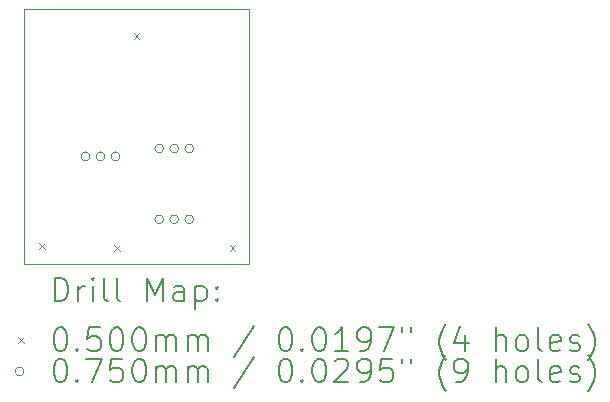
<source format=gbr>
%TF.GenerationSoftware,KiCad,Pcbnew,8.0.5*%
%TF.CreationDate,2025-01-09T17:25:31-08:00*%
%TF.ProjectId,hyperion,68797065-7269-46f6-9e2e-6b696361645f,rev?*%
%TF.SameCoordinates,Original*%
%TF.FileFunction,Drillmap*%
%TF.FilePolarity,Positive*%
%FSLAX45Y45*%
G04 Gerber Fmt 4.5, Leading zero omitted, Abs format (unit mm)*
G04 Created by KiCad (PCBNEW 8.0.5) date 2025-01-09 17:25:31*
%MOMM*%
%LPD*%
G01*
G04 APERTURE LIST*
%ADD10C,0.050000*%
%ADD11C,0.200000*%
%ADD12C,0.100000*%
G04 APERTURE END LIST*
D10*
X12700000Y-12700000D02*
X14605000Y-12700000D01*
X14605000Y-12700000D02*
X14605000Y-10541000D01*
X12700000Y-10541000D02*
X12700000Y-12700000D01*
X14605000Y-10541000D02*
X12700000Y-10541000D01*
D11*
D12*
X12827400Y-12522600D02*
X12877400Y-12572600D01*
X12877400Y-12522600D02*
X12827400Y-12572600D01*
X13457520Y-12535320D02*
X13507520Y-12585320D01*
X13507520Y-12535320D02*
X13457520Y-12585320D01*
X13624960Y-10739520D02*
X13674960Y-10789520D01*
X13674960Y-10739520D02*
X13624960Y-10789520D01*
X14437760Y-12535320D02*
X14487760Y-12585320D01*
X14487760Y-12535320D02*
X14437760Y-12585320D01*
X13255660Y-11785600D02*
G75*
G02*
X13180660Y-11785600I-37500J0D01*
G01*
X13180660Y-11785600D02*
G75*
G02*
X13255660Y-11785600I37500J0D01*
G01*
X13382660Y-11785600D02*
G75*
G02*
X13307660Y-11785600I-37500J0D01*
G01*
X13307660Y-11785600D02*
G75*
G02*
X13382660Y-11785600I37500J0D01*
G01*
X13509660Y-11785600D02*
G75*
G02*
X13434660Y-11785600I-37500J0D01*
G01*
X13434660Y-11785600D02*
G75*
G02*
X13509660Y-11785600I37500J0D01*
G01*
X13880500Y-11719560D02*
G75*
G02*
X13805500Y-11719560I-37500J0D01*
G01*
X13805500Y-11719560D02*
G75*
G02*
X13880500Y-11719560I37500J0D01*
G01*
X13880500Y-12319000D02*
G75*
G02*
X13805500Y-12319000I-37500J0D01*
G01*
X13805500Y-12319000D02*
G75*
G02*
X13880500Y-12319000I37500J0D01*
G01*
X14007500Y-11719560D02*
G75*
G02*
X13932500Y-11719560I-37500J0D01*
G01*
X13932500Y-11719560D02*
G75*
G02*
X14007500Y-11719560I37500J0D01*
G01*
X14007500Y-12319000D02*
G75*
G02*
X13932500Y-12319000I-37500J0D01*
G01*
X13932500Y-12319000D02*
G75*
G02*
X14007500Y-12319000I37500J0D01*
G01*
X14134500Y-11719560D02*
G75*
G02*
X14059500Y-11719560I-37500J0D01*
G01*
X14059500Y-11719560D02*
G75*
G02*
X14134500Y-11719560I37500J0D01*
G01*
X14134500Y-12319000D02*
G75*
G02*
X14059500Y-12319000I-37500J0D01*
G01*
X14059500Y-12319000D02*
G75*
G02*
X14134500Y-12319000I37500J0D01*
G01*
D11*
X12958277Y-13013984D02*
X12958277Y-12813984D01*
X12958277Y-12813984D02*
X13005896Y-12813984D01*
X13005896Y-12813984D02*
X13034467Y-12823508D01*
X13034467Y-12823508D02*
X13053515Y-12842555D01*
X13053515Y-12842555D02*
X13063039Y-12861603D01*
X13063039Y-12861603D02*
X13072562Y-12899698D01*
X13072562Y-12899698D02*
X13072562Y-12928269D01*
X13072562Y-12928269D02*
X13063039Y-12966365D01*
X13063039Y-12966365D02*
X13053515Y-12985412D01*
X13053515Y-12985412D02*
X13034467Y-13004460D01*
X13034467Y-13004460D02*
X13005896Y-13013984D01*
X13005896Y-13013984D02*
X12958277Y-13013984D01*
X13158277Y-13013984D02*
X13158277Y-12880650D01*
X13158277Y-12918746D02*
X13167801Y-12899698D01*
X13167801Y-12899698D02*
X13177324Y-12890174D01*
X13177324Y-12890174D02*
X13196372Y-12880650D01*
X13196372Y-12880650D02*
X13215420Y-12880650D01*
X13282086Y-13013984D02*
X13282086Y-12880650D01*
X13282086Y-12813984D02*
X13272562Y-12823508D01*
X13272562Y-12823508D02*
X13282086Y-12833031D01*
X13282086Y-12833031D02*
X13291610Y-12823508D01*
X13291610Y-12823508D02*
X13282086Y-12813984D01*
X13282086Y-12813984D02*
X13282086Y-12833031D01*
X13405896Y-13013984D02*
X13386848Y-13004460D01*
X13386848Y-13004460D02*
X13377324Y-12985412D01*
X13377324Y-12985412D02*
X13377324Y-12813984D01*
X13510658Y-13013984D02*
X13491610Y-13004460D01*
X13491610Y-13004460D02*
X13482086Y-12985412D01*
X13482086Y-12985412D02*
X13482086Y-12813984D01*
X13739229Y-13013984D02*
X13739229Y-12813984D01*
X13739229Y-12813984D02*
X13805896Y-12956841D01*
X13805896Y-12956841D02*
X13872562Y-12813984D01*
X13872562Y-12813984D02*
X13872562Y-13013984D01*
X14053515Y-13013984D02*
X14053515Y-12909222D01*
X14053515Y-12909222D02*
X14043991Y-12890174D01*
X14043991Y-12890174D02*
X14024943Y-12880650D01*
X14024943Y-12880650D02*
X13986848Y-12880650D01*
X13986848Y-12880650D02*
X13967801Y-12890174D01*
X14053515Y-13004460D02*
X14034467Y-13013984D01*
X14034467Y-13013984D02*
X13986848Y-13013984D01*
X13986848Y-13013984D02*
X13967801Y-13004460D01*
X13967801Y-13004460D02*
X13958277Y-12985412D01*
X13958277Y-12985412D02*
X13958277Y-12966365D01*
X13958277Y-12966365D02*
X13967801Y-12947317D01*
X13967801Y-12947317D02*
X13986848Y-12937793D01*
X13986848Y-12937793D02*
X14034467Y-12937793D01*
X14034467Y-12937793D02*
X14053515Y-12928269D01*
X14148753Y-12880650D02*
X14148753Y-13080650D01*
X14148753Y-12890174D02*
X14167801Y-12880650D01*
X14167801Y-12880650D02*
X14205896Y-12880650D01*
X14205896Y-12880650D02*
X14224943Y-12890174D01*
X14224943Y-12890174D02*
X14234467Y-12899698D01*
X14234467Y-12899698D02*
X14243991Y-12918746D01*
X14243991Y-12918746D02*
X14243991Y-12975888D01*
X14243991Y-12975888D02*
X14234467Y-12994936D01*
X14234467Y-12994936D02*
X14224943Y-13004460D01*
X14224943Y-13004460D02*
X14205896Y-13013984D01*
X14205896Y-13013984D02*
X14167801Y-13013984D01*
X14167801Y-13013984D02*
X14148753Y-13004460D01*
X14329705Y-12994936D02*
X14339229Y-13004460D01*
X14339229Y-13004460D02*
X14329705Y-13013984D01*
X14329705Y-13013984D02*
X14320182Y-13004460D01*
X14320182Y-13004460D02*
X14329705Y-12994936D01*
X14329705Y-12994936D02*
X14329705Y-13013984D01*
X14329705Y-12890174D02*
X14339229Y-12899698D01*
X14339229Y-12899698D02*
X14329705Y-12909222D01*
X14329705Y-12909222D02*
X14320182Y-12899698D01*
X14320182Y-12899698D02*
X14329705Y-12890174D01*
X14329705Y-12890174D02*
X14329705Y-12909222D01*
D12*
X12647500Y-13317500D02*
X12697500Y-13367500D01*
X12697500Y-13317500D02*
X12647500Y-13367500D01*
D11*
X12996372Y-13233984D02*
X13015420Y-13233984D01*
X13015420Y-13233984D02*
X13034467Y-13243508D01*
X13034467Y-13243508D02*
X13043991Y-13253031D01*
X13043991Y-13253031D02*
X13053515Y-13272079D01*
X13053515Y-13272079D02*
X13063039Y-13310174D01*
X13063039Y-13310174D02*
X13063039Y-13357793D01*
X13063039Y-13357793D02*
X13053515Y-13395888D01*
X13053515Y-13395888D02*
X13043991Y-13414936D01*
X13043991Y-13414936D02*
X13034467Y-13424460D01*
X13034467Y-13424460D02*
X13015420Y-13433984D01*
X13015420Y-13433984D02*
X12996372Y-13433984D01*
X12996372Y-13433984D02*
X12977324Y-13424460D01*
X12977324Y-13424460D02*
X12967801Y-13414936D01*
X12967801Y-13414936D02*
X12958277Y-13395888D01*
X12958277Y-13395888D02*
X12948753Y-13357793D01*
X12948753Y-13357793D02*
X12948753Y-13310174D01*
X12948753Y-13310174D02*
X12958277Y-13272079D01*
X12958277Y-13272079D02*
X12967801Y-13253031D01*
X12967801Y-13253031D02*
X12977324Y-13243508D01*
X12977324Y-13243508D02*
X12996372Y-13233984D01*
X13148753Y-13414936D02*
X13158277Y-13424460D01*
X13158277Y-13424460D02*
X13148753Y-13433984D01*
X13148753Y-13433984D02*
X13139229Y-13424460D01*
X13139229Y-13424460D02*
X13148753Y-13414936D01*
X13148753Y-13414936D02*
X13148753Y-13433984D01*
X13339229Y-13233984D02*
X13243991Y-13233984D01*
X13243991Y-13233984D02*
X13234467Y-13329222D01*
X13234467Y-13329222D02*
X13243991Y-13319698D01*
X13243991Y-13319698D02*
X13263039Y-13310174D01*
X13263039Y-13310174D02*
X13310658Y-13310174D01*
X13310658Y-13310174D02*
X13329705Y-13319698D01*
X13329705Y-13319698D02*
X13339229Y-13329222D01*
X13339229Y-13329222D02*
X13348753Y-13348269D01*
X13348753Y-13348269D02*
X13348753Y-13395888D01*
X13348753Y-13395888D02*
X13339229Y-13414936D01*
X13339229Y-13414936D02*
X13329705Y-13424460D01*
X13329705Y-13424460D02*
X13310658Y-13433984D01*
X13310658Y-13433984D02*
X13263039Y-13433984D01*
X13263039Y-13433984D02*
X13243991Y-13424460D01*
X13243991Y-13424460D02*
X13234467Y-13414936D01*
X13472562Y-13233984D02*
X13491610Y-13233984D01*
X13491610Y-13233984D02*
X13510658Y-13243508D01*
X13510658Y-13243508D02*
X13520182Y-13253031D01*
X13520182Y-13253031D02*
X13529705Y-13272079D01*
X13529705Y-13272079D02*
X13539229Y-13310174D01*
X13539229Y-13310174D02*
X13539229Y-13357793D01*
X13539229Y-13357793D02*
X13529705Y-13395888D01*
X13529705Y-13395888D02*
X13520182Y-13414936D01*
X13520182Y-13414936D02*
X13510658Y-13424460D01*
X13510658Y-13424460D02*
X13491610Y-13433984D01*
X13491610Y-13433984D02*
X13472562Y-13433984D01*
X13472562Y-13433984D02*
X13453515Y-13424460D01*
X13453515Y-13424460D02*
X13443991Y-13414936D01*
X13443991Y-13414936D02*
X13434467Y-13395888D01*
X13434467Y-13395888D02*
X13424943Y-13357793D01*
X13424943Y-13357793D02*
X13424943Y-13310174D01*
X13424943Y-13310174D02*
X13434467Y-13272079D01*
X13434467Y-13272079D02*
X13443991Y-13253031D01*
X13443991Y-13253031D02*
X13453515Y-13243508D01*
X13453515Y-13243508D02*
X13472562Y-13233984D01*
X13663039Y-13233984D02*
X13682086Y-13233984D01*
X13682086Y-13233984D02*
X13701134Y-13243508D01*
X13701134Y-13243508D02*
X13710658Y-13253031D01*
X13710658Y-13253031D02*
X13720182Y-13272079D01*
X13720182Y-13272079D02*
X13729705Y-13310174D01*
X13729705Y-13310174D02*
X13729705Y-13357793D01*
X13729705Y-13357793D02*
X13720182Y-13395888D01*
X13720182Y-13395888D02*
X13710658Y-13414936D01*
X13710658Y-13414936D02*
X13701134Y-13424460D01*
X13701134Y-13424460D02*
X13682086Y-13433984D01*
X13682086Y-13433984D02*
X13663039Y-13433984D01*
X13663039Y-13433984D02*
X13643991Y-13424460D01*
X13643991Y-13424460D02*
X13634467Y-13414936D01*
X13634467Y-13414936D02*
X13624943Y-13395888D01*
X13624943Y-13395888D02*
X13615420Y-13357793D01*
X13615420Y-13357793D02*
X13615420Y-13310174D01*
X13615420Y-13310174D02*
X13624943Y-13272079D01*
X13624943Y-13272079D02*
X13634467Y-13253031D01*
X13634467Y-13253031D02*
X13643991Y-13243508D01*
X13643991Y-13243508D02*
X13663039Y-13233984D01*
X13815420Y-13433984D02*
X13815420Y-13300650D01*
X13815420Y-13319698D02*
X13824943Y-13310174D01*
X13824943Y-13310174D02*
X13843991Y-13300650D01*
X13843991Y-13300650D02*
X13872563Y-13300650D01*
X13872563Y-13300650D02*
X13891610Y-13310174D01*
X13891610Y-13310174D02*
X13901134Y-13329222D01*
X13901134Y-13329222D02*
X13901134Y-13433984D01*
X13901134Y-13329222D02*
X13910658Y-13310174D01*
X13910658Y-13310174D02*
X13929705Y-13300650D01*
X13929705Y-13300650D02*
X13958277Y-13300650D01*
X13958277Y-13300650D02*
X13977324Y-13310174D01*
X13977324Y-13310174D02*
X13986848Y-13329222D01*
X13986848Y-13329222D02*
X13986848Y-13433984D01*
X14082086Y-13433984D02*
X14082086Y-13300650D01*
X14082086Y-13319698D02*
X14091610Y-13310174D01*
X14091610Y-13310174D02*
X14110658Y-13300650D01*
X14110658Y-13300650D02*
X14139229Y-13300650D01*
X14139229Y-13300650D02*
X14158277Y-13310174D01*
X14158277Y-13310174D02*
X14167801Y-13329222D01*
X14167801Y-13329222D02*
X14167801Y-13433984D01*
X14167801Y-13329222D02*
X14177324Y-13310174D01*
X14177324Y-13310174D02*
X14196372Y-13300650D01*
X14196372Y-13300650D02*
X14224943Y-13300650D01*
X14224943Y-13300650D02*
X14243991Y-13310174D01*
X14243991Y-13310174D02*
X14253515Y-13329222D01*
X14253515Y-13329222D02*
X14253515Y-13433984D01*
X14643991Y-13224460D02*
X14472563Y-13481603D01*
X14901134Y-13233984D02*
X14920182Y-13233984D01*
X14920182Y-13233984D02*
X14939229Y-13243508D01*
X14939229Y-13243508D02*
X14948753Y-13253031D01*
X14948753Y-13253031D02*
X14958277Y-13272079D01*
X14958277Y-13272079D02*
X14967801Y-13310174D01*
X14967801Y-13310174D02*
X14967801Y-13357793D01*
X14967801Y-13357793D02*
X14958277Y-13395888D01*
X14958277Y-13395888D02*
X14948753Y-13414936D01*
X14948753Y-13414936D02*
X14939229Y-13424460D01*
X14939229Y-13424460D02*
X14920182Y-13433984D01*
X14920182Y-13433984D02*
X14901134Y-13433984D01*
X14901134Y-13433984D02*
X14882086Y-13424460D01*
X14882086Y-13424460D02*
X14872563Y-13414936D01*
X14872563Y-13414936D02*
X14863039Y-13395888D01*
X14863039Y-13395888D02*
X14853515Y-13357793D01*
X14853515Y-13357793D02*
X14853515Y-13310174D01*
X14853515Y-13310174D02*
X14863039Y-13272079D01*
X14863039Y-13272079D02*
X14872563Y-13253031D01*
X14872563Y-13253031D02*
X14882086Y-13243508D01*
X14882086Y-13243508D02*
X14901134Y-13233984D01*
X15053515Y-13414936D02*
X15063039Y-13424460D01*
X15063039Y-13424460D02*
X15053515Y-13433984D01*
X15053515Y-13433984D02*
X15043991Y-13424460D01*
X15043991Y-13424460D02*
X15053515Y-13414936D01*
X15053515Y-13414936D02*
X15053515Y-13433984D01*
X15186848Y-13233984D02*
X15205896Y-13233984D01*
X15205896Y-13233984D02*
X15224944Y-13243508D01*
X15224944Y-13243508D02*
X15234467Y-13253031D01*
X15234467Y-13253031D02*
X15243991Y-13272079D01*
X15243991Y-13272079D02*
X15253515Y-13310174D01*
X15253515Y-13310174D02*
X15253515Y-13357793D01*
X15253515Y-13357793D02*
X15243991Y-13395888D01*
X15243991Y-13395888D02*
X15234467Y-13414936D01*
X15234467Y-13414936D02*
X15224944Y-13424460D01*
X15224944Y-13424460D02*
X15205896Y-13433984D01*
X15205896Y-13433984D02*
X15186848Y-13433984D01*
X15186848Y-13433984D02*
X15167801Y-13424460D01*
X15167801Y-13424460D02*
X15158277Y-13414936D01*
X15158277Y-13414936D02*
X15148753Y-13395888D01*
X15148753Y-13395888D02*
X15139229Y-13357793D01*
X15139229Y-13357793D02*
X15139229Y-13310174D01*
X15139229Y-13310174D02*
X15148753Y-13272079D01*
X15148753Y-13272079D02*
X15158277Y-13253031D01*
X15158277Y-13253031D02*
X15167801Y-13243508D01*
X15167801Y-13243508D02*
X15186848Y-13233984D01*
X15443991Y-13433984D02*
X15329706Y-13433984D01*
X15386848Y-13433984D02*
X15386848Y-13233984D01*
X15386848Y-13233984D02*
X15367801Y-13262555D01*
X15367801Y-13262555D02*
X15348753Y-13281603D01*
X15348753Y-13281603D02*
X15329706Y-13291127D01*
X15539229Y-13433984D02*
X15577325Y-13433984D01*
X15577325Y-13433984D02*
X15596372Y-13424460D01*
X15596372Y-13424460D02*
X15605896Y-13414936D01*
X15605896Y-13414936D02*
X15624944Y-13386365D01*
X15624944Y-13386365D02*
X15634467Y-13348269D01*
X15634467Y-13348269D02*
X15634467Y-13272079D01*
X15634467Y-13272079D02*
X15624944Y-13253031D01*
X15624944Y-13253031D02*
X15615420Y-13243508D01*
X15615420Y-13243508D02*
X15596372Y-13233984D01*
X15596372Y-13233984D02*
X15558277Y-13233984D01*
X15558277Y-13233984D02*
X15539229Y-13243508D01*
X15539229Y-13243508D02*
X15529706Y-13253031D01*
X15529706Y-13253031D02*
X15520182Y-13272079D01*
X15520182Y-13272079D02*
X15520182Y-13319698D01*
X15520182Y-13319698D02*
X15529706Y-13338746D01*
X15529706Y-13338746D02*
X15539229Y-13348269D01*
X15539229Y-13348269D02*
X15558277Y-13357793D01*
X15558277Y-13357793D02*
X15596372Y-13357793D01*
X15596372Y-13357793D02*
X15615420Y-13348269D01*
X15615420Y-13348269D02*
X15624944Y-13338746D01*
X15624944Y-13338746D02*
X15634467Y-13319698D01*
X15701134Y-13233984D02*
X15834467Y-13233984D01*
X15834467Y-13233984D02*
X15748753Y-13433984D01*
X15901134Y-13233984D02*
X15901134Y-13272079D01*
X15977325Y-13233984D02*
X15977325Y-13272079D01*
X16272563Y-13510174D02*
X16263039Y-13500650D01*
X16263039Y-13500650D02*
X16243991Y-13472079D01*
X16243991Y-13472079D02*
X16234468Y-13453031D01*
X16234468Y-13453031D02*
X16224944Y-13424460D01*
X16224944Y-13424460D02*
X16215420Y-13376841D01*
X16215420Y-13376841D02*
X16215420Y-13338746D01*
X16215420Y-13338746D02*
X16224944Y-13291127D01*
X16224944Y-13291127D02*
X16234468Y-13262555D01*
X16234468Y-13262555D02*
X16243991Y-13243508D01*
X16243991Y-13243508D02*
X16263039Y-13214936D01*
X16263039Y-13214936D02*
X16272563Y-13205412D01*
X16434468Y-13300650D02*
X16434468Y-13433984D01*
X16386848Y-13224460D02*
X16339229Y-13367317D01*
X16339229Y-13367317D02*
X16463039Y-13367317D01*
X16691610Y-13433984D02*
X16691610Y-13233984D01*
X16777325Y-13433984D02*
X16777325Y-13329222D01*
X16777325Y-13329222D02*
X16767801Y-13310174D01*
X16767801Y-13310174D02*
X16748753Y-13300650D01*
X16748753Y-13300650D02*
X16720182Y-13300650D01*
X16720182Y-13300650D02*
X16701134Y-13310174D01*
X16701134Y-13310174D02*
X16691610Y-13319698D01*
X16901134Y-13433984D02*
X16882087Y-13424460D01*
X16882087Y-13424460D02*
X16872563Y-13414936D01*
X16872563Y-13414936D02*
X16863039Y-13395888D01*
X16863039Y-13395888D02*
X16863039Y-13338746D01*
X16863039Y-13338746D02*
X16872563Y-13319698D01*
X16872563Y-13319698D02*
X16882087Y-13310174D01*
X16882087Y-13310174D02*
X16901134Y-13300650D01*
X16901134Y-13300650D02*
X16929706Y-13300650D01*
X16929706Y-13300650D02*
X16948753Y-13310174D01*
X16948753Y-13310174D02*
X16958277Y-13319698D01*
X16958277Y-13319698D02*
X16967801Y-13338746D01*
X16967801Y-13338746D02*
X16967801Y-13395888D01*
X16967801Y-13395888D02*
X16958277Y-13414936D01*
X16958277Y-13414936D02*
X16948753Y-13424460D01*
X16948753Y-13424460D02*
X16929706Y-13433984D01*
X16929706Y-13433984D02*
X16901134Y-13433984D01*
X17082087Y-13433984D02*
X17063039Y-13424460D01*
X17063039Y-13424460D02*
X17053515Y-13405412D01*
X17053515Y-13405412D02*
X17053515Y-13233984D01*
X17234468Y-13424460D02*
X17215420Y-13433984D01*
X17215420Y-13433984D02*
X17177325Y-13433984D01*
X17177325Y-13433984D02*
X17158277Y-13424460D01*
X17158277Y-13424460D02*
X17148753Y-13405412D01*
X17148753Y-13405412D02*
X17148753Y-13329222D01*
X17148753Y-13329222D02*
X17158277Y-13310174D01*
X17158277Y-13310174D02*
X17177325Y-13300650D01*
X17177325Y-13300650D02*
X17215420Y-13300650D01*
X17215420Y-13300650D02*
X17234468Y-13310174D01*
X17234468Y-13310174D02*
X17243992Y-13329222D01*
X17243992Y-13329222D02*
X17243992Y-13348269D01*
X17243992Y-13348269D02*
X17148753Y-13367317D01*
X17320182Y-13424460D02*
X17339230Y-13433984D01*
X17339230Y-13433984D02*
X17377325Y-13433984D01*
X17377325Y-13433984D02*
X17396373Y-13424460D01*
X17396373Y-13424460D02*
X17405896Y-13405412D01*
X17405896Y-13405412D02*
X17405896Y-13395888D01*
X17405896Y-13395888D02*
X17396373Y-13376841D01*
X17396373Y-13376841D02*
X17377325Y-13367317D01*
X17377325Y-13367317D02*
X17348753Y-13367317D01*
X17348753Y-13367317D02*
X17329706Y-13357793D01*
X17329706Y-13357793D02*
X17320182Y-13338746D01*
X17320182Y-13338746D02*
X17320182Y-13329222D01*
X17320182Y-13329222D02*
X17329706Y-13310174D01*
X17329706Y-13310174D02*
X17348753Y-13300650D01*
X17348753Y-13300650D02*
X17377325Y-13300650D01*
X17377325Y-13300650D02*
X17396373Y-13310174D01*
X17472563Y-13510174D02*
X17482087Y-13500650D01*
X17482087Y-13500650D02*
X17501134Y-13472079D01*
X17501134Y-13472079D02*
X17510658Y-13453031D01*
X17510658Y-13453031D02*
X17520182Y-13424460D01*
X17520182Y-13424460D02*
X17529706Y-13376841D01*
X17529706Y-13376841D02*
X17529706Y-13338746D01*
X17529706Y-13338746D02*
X17520182Y-13291127D01*
X17520182Y-13291127D02*
X17510658Y-13262555D01*
X17510658Y-13262555D02*
X17501134Y-13243508D01*
X17501134Y-13243508D02*
X17482087Y-13214936D01*
X17482087Y-13214936D02*
X17472563Y-13205412D01*
D12*
X12697500Y-13606500D02*
G75*
G02*
X12622500Y-13606500I-37500J0D01*
G01*
X12622500Y-13606500D02*
G75*
G02*
X12697500Y-13606500I37500J0D01*
G01*
D11*
X12996372Y-13497984D02*
X13015420Y-13497984D01*
X13015420Y-13497984D02*
X13034467Y-13507508D01*
X13034467Y-13507508D02*
X13043991Y-13517031D01*
X13043991Y-13517031D02*
X13053515Y-13536079D01*
X13053515Y-13536079D02*
X13063039Y-13574174D01*
X13063039Y-13574174D02*
X13063039Y-13621793D01*
X13063039Y-13621793D02*
X13053515Y-13659888D01*
X13053515Y-13659888D02*
X13043991Y-13678936D01*
X13043991Y-13678936D02*
X13034467Y-13688460D01*
X13034467Y-13688460D02*
X13015420Y-13697984D01*
X13015420Y-13697984D02*
X12996372Y-13697984D01*
X12996372Y-13697984D02*
X12977324Y-13688460D01*
X12977324Y-13688460D02*
X12967801Y-13678936D01*
X12967801Y-13678936D02*
X12958277Y-13659888D01*
X12958277Y-13659888D02*
X12948753Y-13621793D01*
X12948753Y-13621793D02*
X12948753Y-13574174D01*
X12948753Y-13574174D02*
X12958277Y-13536079D01*
X12958277Y-13536079D02*
X12967801Y-13517031D01*
X12967801Y-13517031D02*
X12977324Y-13507508D01*
X12977324Y-13507508D02*
X12996372Y-13497984D01*
X13148753Y-13678936D02*
X13158277Y-13688460D01*
X13158277Y-13688460D02*
X13148753Y-13697984D01*
X13148753Y-13697984D02*
X13139229Y-13688460D01*
X13139229Y-13688460D02*
X13148753Y-13678936D01*
X13148753Y-13678936D02*
X13148753Y-13697984D01*
X13224943Y-13497984D02*
X13358277Y-13497984D01*
X13358277Y-13497984D02*
X13272562Y-13697984D01*
X13529705Y-13497984D02*
X13434467Y-13497984D01*
X13434467Y-13497984D02*
X13424943Y-13593222D01*
X13424943Y-13593222D02*
X13434467Y-13583698D01*
X13434467Y-13583698D02*
X13453515Y-13574174D01*
X13453515Y-13574174D02*
X13501134Y-13574174D01*
X13501134Y-13574174D02*
X13520182Y-13583698D01*
X13520182Y-13583698D02*
X13529705Y-13593222D01*
X13529705Y-13593222D02*
X13539229Y-13612269D01*
X13539229Y-13612269D02*
X13539229Y-13659888D01*
X13539229Y-13659888D02*
X13529705Y-13678936D01*
X13529705Y-13678936D02*
X13520182Y-13688460D01*
X13520182Y-13688460D02*
X13501134Y-13697984D01*
X13501134Y-13697984D02*
X13453515Y-13697984D01*
X13453515Y-13697984D02*
X13434467Y-13688460D01*
X13434467Y-13688460D02*
X13424943Y-13678936D01*
X13663039Y-13497984D02*
X13682086Y-13497984D01*
X13682086Y-13497984D02*
X13701134Y-13507508D01*
X13701134Y-13507508D02*
X13710658Y-13517031D01*
X13710658Y-13517031D02*
X13720182Y-13536079D01*
X13720182Y-13536079D02*
X13729705Y-13574174D01*
X13729705Y-13574174D02*
X13729705Y-13621793D01*
X13729705Y-13621793D02*
X13720182Y-13659888D01*
X13720182Y-13659888D02*
X13710658Y-13678936D01*
X13710658Y-13678936D02*
X13701134Y-13688460D01*
X13701134Y-13688460D02*
X13682086Y-13697984D01*
X13682086Y-13697984D02*
X13663039Y-13697984D01*
X13663039Y-13697984D02*
X13643991Y-13688460D01*
X13643991Y-13688460D02*
X13634467Y-13678936D01*
X13634467Y-13678936D02*
X13624943Y-13659888D01*
X13624943Y-13659888D02*
X13615420Y-13621793D01*
X13615420Y-13621793D02*
X13615420Y-13574174D01*
X13615420Y-13574174D02*
X13624943Y-13536079D01*
X13624943Y-13536079D02*
X13634467Y-13517031D01*
X13634467Y-13517031D02*
X13643991Y-13507508D01*
X13643991Y-13507508D02*
X13663039Y-13497984D01*
X13815420Y-13697984D02*
X13815420Y-13564650D01*
X13815420Y-13583698D02*
X13824943Y-13574174D01*
X13824943Y-13574174D02*
X13843991Y-13564650D01*
X13843991Y-13564650D02*
X13872563Y-13564650D01*
X13872563Y-13564650D02*
X13891610Y-13574174D01*
X13891610Y-13574174D02*
X13901134Y-13593222D01*
X13901134Y-13593222D02*
X13901134Y-13697984D01*
X13901134Y-13593222D02*
X13910658Y-13574174D01*
X13910658Y-13574174D02*
X13929705Y-13564650D01*
X13929705Y-13564650D02*
X13958277Y-13564650D01*
X13958277Y-13564650D02*
X13977324Y-13574174D01*
X13977324Y-13574174D02*
X13986848Y-13593222D01*
X13986848Y-13593222D02*
X13986848Y-13697984D01*
X14082086Y-13697984D02*
X14082086Y-13564650D01*
X14082086Y-13583698D02*
X14091610Y-13574174D01*
X14091610Y-13574174D02*
X14110658Y-13564650D01*
X14110658Y-13564650D02*
X14139229Y-13564650D01*
X14139229Y-13564650D02*
X14158277Y-13574174D01*
X14158277Y-13574174D02*
X14167801Y-13593222D01*
X14167801Y-13593222D02*
X14167801Y-13697984D01*
X14167801Y-13593222D02*
X14177324Y-13574174D01*
X14177324Y-13574174D02*
X14196372Y-13564650D01*
X14196372Y-13564650D02*
X14224943Y-13564650D01*
X14224943Y-13564650D02*
X14243991Y-13574174D01*
X14243991Y-13574174D02*
X14253515Y-13593222D01*
X14253515Y-13593222D02*
X14253515Y-13697984D01*
X14643991Y-13488460D02*
X14472563Y-13745603D01*
X14901134Y-13497984D02*
X14920182Y-13497984D01*
X14920182Y-13497984D02*
X14939229Y-13507508D01*
X14939229Y-13507508D02*
X14948753Y-13517031D01*
X14948753Y-13517031D02*
X14958277Y-13536079D01*
X14958277Y-13536079D02*
X14967801Y-13574174D01*
X14967801Y-13574174D02*
X14967801Y-13621793D01*
X14967801Y-13621793D02*
X14958277Y-13659888D01*
X14958277Y-13659888D02*
X14948753Y-13678936D01*
X14948753Y-13678936D02*
X14939229Y-13688460D01*
X14939229Y-13688460D02*
X14920182Y-13697984D01*
X14920182Y-13697984D02*
X14901134Y-13697984D01*
X14901134Y-13697984D02*
X14882086Y-13688460D01*
X14882086Y-13688460D02*
X14872563Y-13678936D01*
X14872563Y-13678936D02*
X14863039Y-13659888D01*
X14863039Y-13659888D02*
X14853515Y-13621793D01*
X14853515Y-13621793D02*
X14853515Y-13574174D01*
X14853515Y-13574174D02*
X14863039Y-13536079D01*
X14863039Y-13536079D02*
X14872563Y-13517031D01*
X14872563Y-13517031D02*
X14882086Y-13507508D01*
X14882086Y-13507508D02*
X14901134Y-13497984D01*
X15053515Y-13678936D02*
X15063039Y-13688460D01*
X15063039Y-13688460D02*
X15053515Y-13697984D01*
X15053515Y-13697984D02*
X15043991Y-13688460D01*
X15043991Y-13688460D02*
X15053515Y-13678936D01*
X15053515Y-13678936D02*
X15053515Y-13697984D01*
X15186848Y-13497984D02*
X15205896Y-13497984D01*
X15205896Y-13497984D02*
X15224944Y-13507508D01*
X15224944Y-13507508D02*
X15234467Y-13517031D01*
X15234467Y-13517031D02*
X15243991Y-13536079D01*
X15243991Y-13536079D02*
X15253515Y-13574174D01*
X15253515Y-13574174D02*
X15253515Y-13621793D01*
X15253515Y-13621793D02*
X15243991Y-13659888D01*
X15243991Y-13659888D02*
X15234467Y-13678936D01*
X15234467Y-13678936D02*
X15224944Y-13688460D01*
X15224944Y-13688460D02*
X15205896Y-13697984D01*
X15205896Y-13697984D02*
X15186848Y-13697984D01*
X15186848Y-13697984D02*
X15167801Y-13688460D01*
X15167801Y-13688460D02*
X15158277Y-13678936D01*
X15158277Y-13678936D02*
X15148753Y-13659888D01*
X15148753Y-13659888D02*
X15139229Y-13621793D01*
X15139229Y-13621793D02*
X15139229Y-13574174D01*
X15139229Y-13574174D02*
X15148753Y-13536079D01*
X15148753Y-13536079D02*
X15158277Y-13517031D01*
X15158277Y-13517031D02*
X15167801Y-13507508D01*
X15167801Y-13507508D02*
X15186848Y-13497984D01*
X15329706Y-13517031D02*
X15339229Y-13507508D01*
X15339229Y-13507508D02*
X15358277Y-13497984D01*
X15358277Y-13497984D02*
X15405896Y-13497984D01*
X15405896Y-13497984D02*
X15424944Y-13507508D01*
X15424944Y-13507508D02*
X15434467Y-13517031D01*
X15434467Y-13517031D02*
X15443991Y-13536079D01*
X15443991Y-13536079D02*
X15443991Y-13555127D01*
X15443991Y-13555127D02*
X15434467Y-13583698D01*
X15434467Y-13583698D02*
X15320182Y-13697984D01*
X15320182Y-13697984D02*
X15443991Y-13697984D01*
X15539229Y-13697984D02*
X15577325Y-13697984D01*
X15577325Y-13697984D02*
X15596372Y-13688460D01*
X15596372Y-13688460D02*
X15605896Y-13678936D01*
X15605896Y-13678936D02*
X15624944Y-13650365D01*
X15624944Y-13650365D02*
X15634467Y-13612269D01*
X15634467Y-13612269D02*
X15634467Y-13536079D01*
X15634467Y-13536079D02*
X15624944Y-13517031D01*
X15624944Y-13517031D02*
X15615420Y-13507508D01*
X15615420Y-13507508D02*
X15596372Y-13497984D01*
X15596372Y-13497984D02*
X15558277Y-13497984D01*
X15558277Y-13497984D02*
X15539229Y-13507508D01*
X15539229Y-13507508D02*
X15529706Y-13517031D01*
X15529706Y-13517031D02*
X15520182Y-13536079D01*
X15520182Y-13536079D02*
X15520182Y-13583698D01*
X15520182Y-13583698D02*
X15529706Y-13602746D01*
X15529706Y-13602746D02*
X15539229Y-13612269D01*
X15539229Y-13612269D02*
X15558277Y-13621793D01*
X15558277Y-13621793D02*
X15596372Y-13621793D01*
X15596372Y-13621793D02*
X15615420Y-13612269D01*
X15615420Y-13612269D02*
X15624944Y-13602746D01*
X15624944Y-13602746D02*
X15634467Y-13583698D01*
X15815420Y-13497984D02*
X15720182Y-13497984D01*
X15720182Y-13497984D02*
X15710658Y-13593222D01*
X15710658Y-13593222D02*
X15720182Y-13583698D01*
X15720182Y-13583698D02*
X15739229Y-13574174D01*
X15739229Y-13574174D02*
X15786848Y-13574174D01*
X15786848Y-13574174D02*
X15805896Y-13583698D01*
X15805896Y-13583698D02*
X15815420Y-13593222D01*
X15815420Y-13593222D02*
X15824944Y-13612269D01*
X15824944Y-13612269D02*
X15824944Y-13659888D01*
X15824944Y-13659888D02*
X15815420Y-13678936D01*
X15815420Y-13678936D02*
X15805896Y-13688460D01*
X15805896Y-13688460D02*
X15786848Y-13697984D01*
X15786848Y-13697984D02*
X15739229Y-13697984D01*
X15739229Y-13697984D02*
X15720182Y-13688460D01*
X15720182Y-13688460D02*
X15710658Y-13678936D01*
X15901134Y-13497984D02*
X15901134Y-13536079D01*
X15977325Y-13497984D02*
X15977325Y-13536079D01*
X16272563Y-13774174D02*
X16263039Y-13764650D01*
X16263039Y-13764650D02*
X16243991Y-13736079D01*
X16243991Y-13736079D02*
X16234468Y-13717031D01*
X16234468Y-13717031D02*
X16224944Y-13688460D01*
X16224944Y-13688460D02*
X16215420Y-13640841D01*
X16215420Y-13640841D02*
X16215420Y-13602746D01*
X16215420Y-13602746D02*
X16224944Y-13555127D01*
X16224944Y-13555127D02*
X16234468Y-13526555D01*
X16234468Y-13526555D02*
X16243991Y-13507508D01*
X16243991Y-13507508D02*
X16263039Y-13478936D01*
X16263039Y-13478936D02*
X16272563Y-13469412D01*
X16358277Y-13697984D02*
X16396372Y-13697984D01*
X16396372Y-13697984D02*
X16415420Y-13688460D01*
X16415420Y-13688460D02*
X16424944Y-13678936D01*
X16424944Y-13678936D02*
X16443991Y-13650365D01*
X16443991Y-13650365D02*
X16453515Y-13612269D01*
X16453515Y-13612269D02*
X16453515Y-13536079D01*
X16453515Y-13536079D02*
X16443991Y-13517031D01*
X16443991Y-13517031D02*
X16434468Y-13507508D01*
X16434468Y-13507508D02*
X16415420Y-13497984D01*
X16415420Y-13497984D02*
X16377325Y-13497984D01*
X16377325Y-13497984D02*
X16358277Y-13507508D01*
X16358277Y-13507508D02*
X16348753Y-13517031D01*
X16348753Y-13517031D02*
X16339229Y-13536079D01*
X16339229Y-13536079D02*
X16339229Y-13583698D01*
X16339229Y-13583698D02*
X16348753Y-13602746D01*
X16348753Y-13602746D02*
X16358277Y-13612269D01*
X16358277Y-13612269D02*
X16377325Y-13621793D01*
X16377325Y-13621793D02*
X16415420Y-13621793D01*
X16415420Y-13621793D02*
X16434468Y-13612269D01*
X16434468Y-13612269D02*
X16443991Y-13602746D01*
X16443991Y-13602746D02*
X16453515Y-13583698D01*
X16691610Y-13697984D02*
X16691610Y-13497984D01*
X16777325Y-13697984D02*
X16777325Y-13593222D01*
X16777325Y-13593222D02*
X16767801Y-13574174D01*
X16767801Y-13574174D02*
X16748753Y-13564650D01*
X16748753Y-13564650D02*
X16720182Y-13564650D01*
X16720182Y-13564650D02*
X16701134Y-13574174D01*
X16701134Y-13574174D02*
X16691610Y-13583698D01*
X16901134Y-13697984D02*
X16882087Y-13688460D01*
X16882087Y-13688460D02*
X16872563Y-13678936D01*
X16872563Y-13678936D02*
X16863039Y-13659888D01*
X16863039Y-13659888D02*
X16863039Y-13602746D01*
X16863039Y-13602746D02*
X16872563Y-13583698D01*
X16872563Y-13583698D02*
X16882087Y-13574174D01*
X16882087Y-13574174D02*
X16901134Y-13564650D01*
X16901134Y-13564650D02*
X16929706Y-13564650D01*
X16929706Y-13564650D02*
X16948753Y-13574174D01*
X16948753Y-13574174D02*
X16958277Y-13583698D01*
X16958277Y-13583698D02*
X16967801Y-13602746D01*
X16967801Y-13602746D02*
X16967801Y-13659888D01*
X16967801Y-13659888D02*
X16958277Y-13678936D01*
X16958277Y-13678936D02*
X16948753Y-13688460D01*
X16948753Y-13688460D02*
X16929706Y-13697984D01*
X16929706Y-13697984D02*
X16901134Y-13697984D01*
X17082087Y-13697984D02*
X17063039Y-13688460D01*
X17063039Y-13688460D02*
X17053515Y-13669412D01*
X17053515Y-13669412D02*
X17053515Y-13497984D01*
X17234468Y-13688460D02*
X17215420Y-13697984D01*
X17215420Y-13697984D02*
X17177325Y-13697984D01*
X17177325Y-13697984D02*
X17158277Y-13688460D01*
X17158277Y-13688460D02*
X17148753Y-13669412D01*
X17148753Y-13669412D02*
X17148753Y-13593222D01*
X17148753Y-13593222D02*
X17158277Y-13574174D01*
X17158277Y-13574174D02*
X17177325Y-13564650D01*
X17177325Y-13564650D02*
X17215420Y-13564650D01*
X17215420Y-13564650D02*
X17234468Y-13574174D01*
X17234468Y-13574174D02*
X17243992Y-13593222D01*
X17243992Y-13593222D02*
X17243992Y-13612269D01*
X17243992Y-13612269D02*
X17148753Y-13631317D01*
X17320182Y-13688460D02*
X17339230Y-13697984D01*
X17339230Y-13697984D02*
X17377325Y-13697984D01*
X17377325Y-13697984D02*
X17396373Y-13688460D01*
X17396373Y-13688460D02*
X17405896Y-13669412D01*
X17405896Y-13669412D02*
X17405896Y-13659888D01*
X17405896Y-13659888D02*
X17396373Y-13640841D01*
X17396373Y-13640841D02*
X17377325Y-13631317D01*
X17377325Y-13631317D02*
X17348753Y-13631317D01*
X17348753Y-13631317D02*
X17329706Y-13621793D01*
X17329706Y-13621793D02*
X17320182Y-13602746D01*
X17320182Y-13602746D02*
X17320182Y-13593222D01*
X17320182Y-13593222D02*
X17329706Y-13574174D01*
X17329706Y-13574174D02*
X17348753Y-13564650D01*
X17348753Y-13564650D02*
X17377325Y-13564650D01*
X17377325Y-13564650D02*
X17396373Y-13574174D01*
X17472563Y-13774174D02*
X17482087Y-13764650D01*
X17482087Y-13764650D02*
X17501134Y-13736079D01*
X17501134Y-13736079D02*
X17510658Y-13717031D01*
X17510658Y-13717031D02*
X17520182Y-13688460D01*
X17520182Y-13688460D02*
X17529706Y-13640841D01*
X17529706Y-13640841D02*
X17529706Y-13602746D01*
X17529706Y-13602746D02*
X17520182Y-13555127D01*
X17520182Y-13555127D02*
X17510658Y-13526555D01*
X17510658Y-13526555D02*
X17501134Y-13507508D01*
X17501134Y-13507508D02*
X17482087Y-13478936D01*
X17482087Y-13478936D02*
X17472563Y-13469412D01*
M02*

</source>
